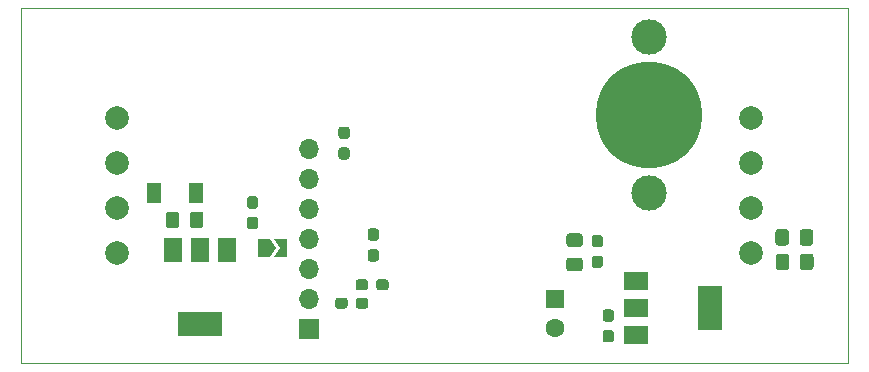
<source format=gbs>
%TF.GenerationSoftware,KiCad,Pcbnew,5.1.8-db9833491~88~ubuntu20.04.1*%
%TF.CreationDate,2021-06-21T07:11:52+02:00*%
%TF.ProjectId,chain-oiler,63686169-6e2d-46f6-996c-65722e6b6963,rev?*%
%TF.SameCoordinates,Original*%
%TF.FileFunction,Soldermask,Bot*%
%TF.FilePolarity,Negative*%
%FSLAX46Y46*%
G04 Gerber Fmt 4.6, Leading zero omitted, Abs format (unit mm)*
G04 Created by KiCad (PCBNEW 5.1.8-db9833491~88~ubuntu20.04.1) date 2021-06-21 07:11:52*
%MOMM*%
%LPD*%
G01*
G04 APERTURE LIST*
%TA.AperFunction,Profile*%
%ADD10C,0.050000*%
%TD*%
%ADD11C,3.000000*%
%ADD12C,9.000000*%
%ADD13C,0.100000*%
%ADD14R,2.000000X1.500000*%
%ADD15R,2.000000X3.800000*%
%ADD16O,1.700000X1.700000*%
%ADD17R,1.700000X1.700000*%
%ADD18R,1.300000X1.700000*%
%ADD19C,2.000000*%
%ADD20R,1.600000X1.600000*%
%ADD21C,1.600000*%
%ADD22R,3.800000X2.000000*%
%ADD23R,1.500000X2.000000*%
G04 APERTURE END LIST*
D10*
X100000000Y-100000000D02*
X100000000Y-130000000D01*
X170000000Y-100000000D02*
X100000000Y-100000000D01*
X170000000Y-130000000D02*
X170000000Y-100000000D01*
X100000000Y-130000000D02*
X170000000Y-130000000D01*
%TO.C,R12*%
G36*
G01*
X129375000Y-123162500D02*
X129375000Y-123637500D01*
G75*
G02*
X129137500Y-123875000I-237500J0D01*
G01*
X128562500Y-123875000D01*
G75*
G02*
X128325000Y-123637500I0J237500D01*
G01*
X128325000Y-123162500D01*
G75*
G02*
X128562500Y-122925000I237500J0D01*
G01*
X129137500Y-122925000D01*
G75*
G02*
X129375000Y-123162500I0J-237500D01*
G01*
G37*
G36*
G01*
X131125000Y-123162500D02*
X131125000Y-123637500D01*
G75*
G02*
X130887500Y-123875000I-237500J0D01*
G01*
X130312500Y-123875000D01*
G75*
G02*
X130075000Y-123637500I0J237500D01*
G01*
X130075000Y-123162500D01*
G75*
G02*
X130312500Y-122925000I237500J0D01*
G01*
X130887500Y-122925000D01*
G75*
G02*
X131125000Y-123162500I0J-237500D01*
G01*
G37*
%TD*%
D11*
%TO.C,BT1*%
X153175000Y-115600000D03*
X153175000Y-102400000D03*
D12*
X153175000Y-109000000D03*
%TD*%
%TO.C,C12*%
G36*
G01*
X126600000Y-125187500D02*
X126600000Y-124712500D01*
G75*
G02*
X126837500Y-124475000I237500J0D01*
G01*
X127412500Y-124475000D01*
G75*
G02*
X127650000Y-124712500I0J-237500D01*
G01*
X127650000Y-125187500D01*
G75*
G02*
X127412500Y-125425000I-237500J0D01*
G01*
X126837500Y-125425000D01*
G75*
G02*
X126600000Y-125187500I0J237500D01*
G01*
G37*
G36*
G01*
X128350000Y-125187500D02*
X128350000Y-124712500D01*
G75*
G02*
X128587500Y-124475000I237500J0D01*
G01*
X129162500Y-124475000D01*
G75*
G02*
X129400000Y-124712500I0J-237500D01*
G01*
X129400000Y-125187500D01*
G75*
G02*
X129162500Y-125425000I-237500J0D01*
G01*
X128587500Y-125425000D01*
G75*
G02*
X128350000Y-125187500I0J237500D01*
G01*
G37*
%TD*%
D13*
%TO.C,JP2*%
G36*
X122550000Y-121025000D02*
G01*
X121400000Y-121025000D01*
X121900000Y-120275000D01*
X121400000Y-119525000D01*
X122550000Y-119525000D01*
X122550000Y-121025000D01*
G37*
G36*
X121600000Y-120275000D02*
G01*
X121100000Y-121025000D01*
X120100000Y-121025000D01*
X120100000Y-119525000D01*
X121100000Y-119525000D01*
X121600000Y-120275000D01*
G37*
%TD*%
%TO.C,C4*%
G36*
G01*
X119837500Y-116950000D02*
X119362500Y-116950000D01*
G75*
G02*
X119125000Y-116712500I0J237500D01*
G01*
X119125000Y-116137500D01*
G75*
G02*
X119362500Y-115900000I237500J0D01*
G01*
X119837500Y-115900000D01*
G75*
G02*
X120075000Y-116137500I0J-237500D01*
G01*
X120075000Y-116712500D01*
G75*
G02*
X119837500Y-116950000I-237500J0D01*
G01*
G37*
G36*
G01*
X119837500Y-118700000D02*
X119362500Y-118700000D01*
G75*
G02*
X119125000Y-118462500I0J237500D01*
G01*
X119125000Y-117887500D01*
G75*
G02*
X119362500Y-117650000I237500J0D01*
G01*
X119837500Y-117650000D01*
G75*
G02*
X120075000Y-117887500I0J-237500D01*
G01*
X120075000Y-118462500D01*
G75*
G02*
X119837500Y-118700000I-237500J0D01*
G01*
G37*
%TD*%
%TO.C,C1*%
G36*
G01*
X114300000Y-118350001D02*
X114300000Y-117449999D01*
G75*
G02*
X114549999Y-117200000I249999J0D01*
G01*
X115200001Y-117200000D01*
G75*
G02*
X115450000Y-117449999I0J-249999D01*
G01*
X115450000Y-118350001D01*
G75*
G02*
X115200001Y-118600000I-249999J0D01*
G01*
X114549999Y-118600000D01*
G75*
G02*
X114300000Y-118350001I0J249999D01*
G01*
G37*
G36*
G01*
X112250000Y-118350001D02*
X112250000Y-117449999D01*
G75*
G02*
X112499999Y-117200000I249999J0D01*
G01*
X113150001Y-117200000D01*
G75*
G02*
X113400000Y-117449999I0J-249999D01*
G01*
X113400000Y-118350001D01*
G75*
G02*
X113150001Y-118600000I-249999J0D01*
G01*
X112499999Y-118600000D01*
G75*
G02*
X112250000Y-118350001I0J249999D01*
G01*
G37*
%TD*%
D14*
%TO.C,U4*%
X152050000Y-127675000D03*
X152050000Y-123075000D03*
X152050000Y-125375000D03*
D15*
X158350000Y-125375000D03*
%TD*%
%TO.C,C17*%
G36*
G01*
X148562500Y-120925000D02*
X149037500Y-120925000D01*
G75*
G02*
X149275000Y-121162500I0J-237500D01*
G01*
X149275000Y-121737500D01*
G75*
G02*
X149037500Y-121975000I-237500J0D01*
G01*
X148562500Y-121975000D01*
G75*
G02*
X148325000Y-121737500I0J237500D01*
G01*
X148325000Y-121162500D01*
G75*
G02*
X148562500Y-120925000I237500J0D01*
G01*
G37*
G36*
G01*
X148562500Y-119175000D02*
X149037500Y-119175000D01*
G75*
G02*
X149275000Y-119412500I0J-237500D01*
G01*
X149275000Y-119987500D01*
G75*
G02*
X149037500Y-120225000I-237500J0D01*
G01*
X148562500Y-120225000D01*
G75*
G02*
X148325000Y-119987500I0J237500D01*
G01*
X148325000Y-119412500D01*
G75*
G02*
X148562500Y-119175000I237500J0D01*
G01*
G37*
%TD*%
%TO.C,C16*%
G36*
G01*
X146424999Y-121100000D02*
X147325001Y-121100000D01*
G75*
G02*
X147575000Y-121349999I0J-249999D01*
G01*
X147575000Y-122000001D01*
G75*
G02*
X147325001Y-122250000I-249999J0D01*
G01*
X146424999Y-122250000D01*
G75*
G02*
X146175000Y-122000001I0J249999D01*
G01*
X146175000Y-121349999D01*
G75*
G02*
X146424999Y-121100000I249999J0D01*
G01*
G37*
G36*
G01*
X146424999Y-119050000D02*
X147325001Y-119050000D01*
G75*
G02*
X147575000Y-119299999I0J-249999D01*
G01*
X147575000Y-119950001D01*
G75*
G02*
X147325001Y-120200000I-249999J0D01*
G01*
X146424999Y-120200000D01*
G75*
G02*
X146175000Y-119950001I0J249999D01*
G01*
X146175000Y-119299999D01*
G75*
G02*
X146424999Y-119050000I249999J0D01*
G01*
G37*
%TD*%
D16*
%TO.C,J4*%
X124400000Y-111860000D03*
X124400000Y-114400000D03*
X124400000Y-116940000D03*
X124400000Y-119480000D03*
X124400000Y-122020000D03*
X124400000Y-124560000D03*
D17*
X124400000Y-127100000D03*
%TD*%
D18*
%TO.C,D1*%
X111300000Y-115650000D03*
X114800000Y-115650000D03*
%TD*%
D19*
%TO.C,J1*%
X108150000Y-120715000D03*
X108150000Y-116905000D03*
X108150000Y-113095000D03*
X108150000Y-109285000D03*
%TD*%
%TO.C,J2*%
X161850000Y-120715000D03*
X161850000Y-116905000D03*
X161850000Y-113095000D03*
X161850000Y-109285000D03*
%TD*%
%TO.C,R2*%
G36*
G01*
X127587500Y-111050000D02*
X127112500Y-111050000D01*
G75*
G02*
X126875000Y-110812500I0J237500D01*
G01*
X126875000Y-110237500D01*
G75*
G02*
X127112500Y-110000000I237500J0D01*
G01*
X127587500Y-110000000D01*
G75*
G02*
X127825000Y-110237500I0J-237500D01*
G01*
X127825000Y-110812500D01*
G75*
G02*
X127587500Y-111050000I-237500J0D01*
G01*
G37*
G36*
G01*
X127587500Y-112800000D02*
X127112500Y-112800000D01*
G75*
G02*
X126875000Y-112562500I0J237500D01*
G01*
X126875000Y-111987500D01*
G75*
G02*
X127112500Y-111750000I237500J0D01*
G01*
X127587500Y-111750000D01*
G75*
G02*
X127825000Y-111987500I0J-237500D01*
G01*
X127825000Y-112562500D01*
G75*
G02*
X127587500Y-112800000I-237500J0D01*
G01*
G37*
%TD*%
%TO.C,R4*%
G36*
G01*
X167100000Y-120999999D02*
X167100000Y-121900001D01*
G75*
G02*
X166850001Y-122150000I-249999J0D01*
G01*
X166199999Y-122150000D01*
G75*
G02*
X165950000Y-121900001I0J249999D01*
G01*
X165950000Y-120999999D01*
G75*
G02*
X166199999Y-120750000I249999J0D01*
G01*
X166850001Y-120750000D01*
G75*
G02*
X167100000Y-120999999I0J-249999D01*
G01*
G37*
G36*
G01*
X165050000Y-120999999D02*
X165050000Y-121900001D01*
G75*
G02*
X164800001Y-122150000I-249999J0D01*
G01*
X164149999Y-122150000D01*
G75*
G02*
X163900000Y-121900001I0J249999D01*
G01*
X163900000Y-120999999D01*
G75*
G02*
X164149999Y-120750000I249999J0D01*
G01*
X164800001Y-120750000D01*
G75*
G02*
X165050000Y-120999999I0J-249999D01*
G01*
G37*
%TD*%
%TO.C,R5*%
G36*
G01*
X165025000Y-118924999D02*
X165025000Y-119825001D01*
G75*
G02*
X164775001Y-120075000I-249999J0D01*
G01*
X164124999Y-120075000D01*
G75*
G02*
X163875000Y-119825001I0J249999D01*
G01*
X163875000Y-118924999D01*
G75*
G02*
X164124999Y-118675000I249999J0D01*
G01*
X164775001Y-118675000D01*
G75*
G02*
X165025000Y-118924999I0J-249999D01*
G01*
G37*
G36*
G01*
X167075000Y-118924999D02*
X167075000Y-119825001D01*
G75*
G02*
X166825001Y-120075000I-249999J0D01*
G01*
X166174999Y-120075000D01*
G75*
G02*
X165925000Y-119825001I0J249999D01*
G01*
X165925000Y-118924999D01*
G75*
G02*
X166174999Y-118675000I249999J0D01*
G01*
X166825001Y-118675000D01*
G75*
G02*
X167075000Y-118924999I0J-249999D01*
G01*
G37*
%TD*%
%TO.C,C8*%
G36*
G01*
X149962500Y-126525000D02*
X149487500Y-126525000D01*
G75*
G02*
X149250000Y-126287500I0J237500D01*
G01*
X149250000Y-125712500D01*
G75*
G02*
X149487500Y-125475000I237500J0D01*
G01*
X149962500Y-125475000D01*
G75*
G02*
X150200000Y-125712500I0J-237500D01*
G01*
X150200000Y-126287500D01*
G75*
G02*
X149962500Y-126525000I-237500J0D01*
G01*
G37*
G36*
G01*
X149962500Y-128275000D02*
X149487500Y-128275000D01*
G75*
G02*
X149250000Y-128037500I0J237500D01*
G01*
X149250000Y-127462500D01*
G75*
G02*
X149487500Y-127225000I237500J0D01*
G01*
X149962500Y-127225000D01*
G75*
G02*
X150200000Y-127462500I0J-237500D01*
G01*
X150200000Y-128037500D01*
G75*
G02*
X149962500Y-128275000I-237500J0D01*
G01*
G37*
%TD*%
D20*
%TO.C,C9*%
X145200000Y-124575000D03*
D21*
X145200000Y-127075000D03*
%TD*%
%TO.C,C14*%
G36*
G01*
X129587500Y-120375000D02*
X130062500Y-120375000D01*
G75*
G02*
X130300000Y-120612500I0J-237500D01*
G01*
X130300000Y-121187500D01*
G75*
G02*
X130062500Y-121425000I-237500J0D01*
G01*
X129587500Y-121425000D01*
G75*
G02*
X129350000Y-121187500I0J237500D01*
G01*
X129350000Y-120612500D01*
G75*
G02*
X129587500Y-120375000I237500J0D01*
G01*
G37*
G36*
G01*
X129587500Y-118625000D02*
X130062500Y-118625000D01*
G75*
G02*
X130300000Y-118862500I0J-237500D01*
G01*
X130300000Y-119437500D01*
G75*
G02*
X130062500Y-119675000I-237500J0D01*
G01*
X129587500Y-119675000D01*
G75*
G02*
X129350000Y-119437500I0J237500D01*
G01*
X129350000Y-118862500D01*
G75*
G02*
X129587500Y-118625000I237500J0D01*
G01*
G37*
%TD*%
D22*
%TO.C,U3*%
X115150000Y-126750000D03*
D23*
X115150000Y-120450000D03*
X117450000Y-120450000D03*
X112850000Y-120450000D03*
%TD*%
M02*

</source>
